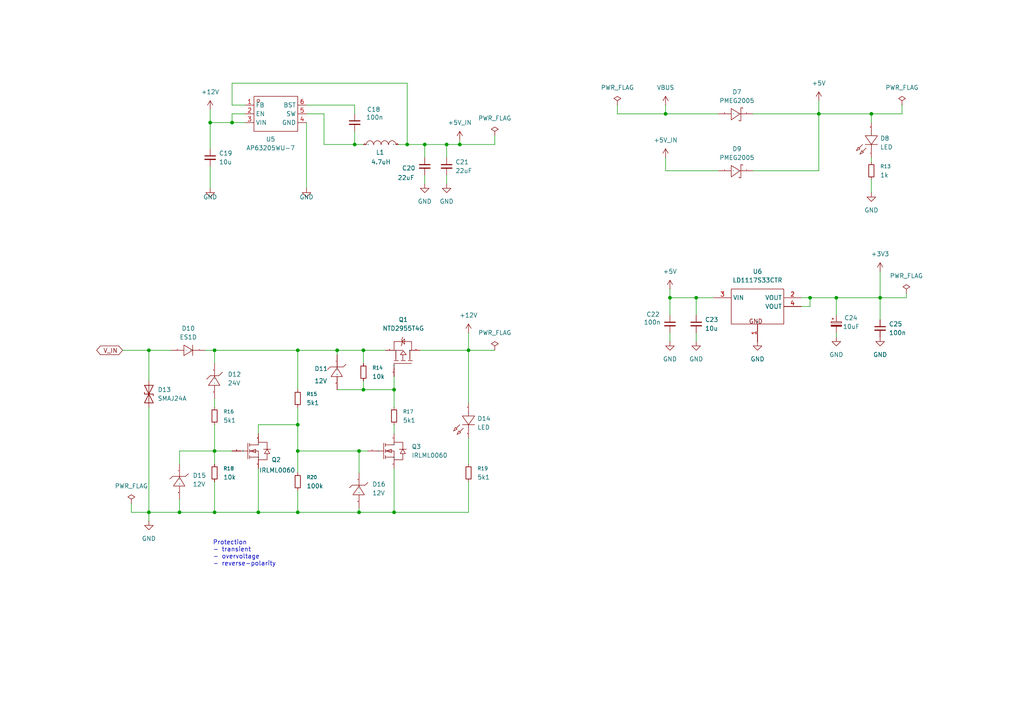
<source format=kicad_sch>
(kicad_sch (version 20250114) (generator "eeschema") (generator_version "9.0")
  (paper "A4")
  (title_block (title "2CH CAN  Logger") (rev "1.0"))
  (lib_symbols
    (symbol "Device:C_Polarized_Small" (pin_numbers (hide yes)) (pin_names (offset 0.254) (hide yes))
      (property "Reference" "C" (at 0.254 1.778 0))
      (property "Value" "C_Polarized_Small" (at 0.254 -2.032 0))
      (symbol "C_Polarized_Small_0_1"
        (rectangle (start -1.524 0.6858) (end 1.524 0.3048))
        (rectangle (start -1.524 -0.3048) (end 1.524 -0.6858) (fill (type outline)))
        (polyline (pts (xy -1.27 1.524) (xy -0.762 1.524)))
        (polyline (pts (xy -1.016 1.27) (xy -1.016 1.778)))
      )
      (symbol "C_Polarized_Small_1_1"
        (pin passive line (at 0 2.54 270) (length 1.8542) (name "~") (number "1"))
        (pin passive line (at 0 -2.54 90) (length 1.8542) (name "~") (number "2"))
      )
    )
    (symbol "Device:C_Small" (pin_numbers (hide yes)) (pin_names (offset 0.254) (hide yes))
      (property "Reference" "C" (at 0.254 1.778 0))
      (property "Value" "C_Small" (at 0.254 -2.032 0))
      (symbol "C_Small_0_1"
        (polyline (pts (xy -1.524 0.508) (xy 1.524 0.508)) (stroke (width 0.3048)))
        (polyline (pts (xy -1.524 -0.508) (xy 1.524 -0.508)) (stroke (width 0.3302)))
      )
      (symbol "C_Small_1_1"
        (pin passive line (at 0 2.54 270) (length 2.032) (name "~") (number "1"))
        (pin passive line (at 0 -2.54 90) (length 2.032) (name "~") (number "2"))
      )
    )
    (symbol "Device:R_Small" (pin_numbers (hide yes)) (pin_names (offset 0.254) (hide yes))
      (property "Reference" "R" (at 0 0 90))
      (property "Value" "R_Small" (at 1.778 0 90))
      (symbol "R_Small_0_1"
        (rectangle (start -0.762 1.778) (end 0.762 -1.778) (stroke (width 0.2032)))
      )
      (symbol "R_Small_1_1"
        (pin passive line (at 0 2.54 270) (length 0.762) (name "~") (number "1"))
        (pin passive line (at 0 -2.54 90) (length 0.762) (name "~") (number "2"))
      )
    )
    (symbol "Diode:SMAJ24CA" (pin_numbers (hide yes)) (pin_names (offset 1.016) (hide yes))
      (property "Reference" "D" (at 0 2.54 0))
      (property "Value" "SMAJ24CA" (at 0 -2.54 0))
      (symbol "SMAJ24CA_0_1"
        (polyline (pts (xy -2.54 -1.27) (xy 0 0) (xy -2.54 1.27) (xy -2.54 -1.27)) (stroke (width 0.2032)))
        (polyline (pts (xy 0.508 1.27) (xy 0 1.27) (xy 0 -1.27) (xy -0.508 -1.27)) (stroke (width 0.2032)))
        (polyline (pts (xy 1.27 0) (xy -1.27 0)))
        (polyline (pts (xy 2.54 1.27) (xy 2.54 -1.27) (xy 0 0) (xy 2.54 1.27)) (stroke (width 0.2032)))
      )
      (symbol "SMAJ24CA_1_1"
        (pin passive line (at -3.81 0 0) (length 2.54) (name "A1") (number "1"))
        (pin passive line (at 3.81 0 180) (length 2.54) (name "A2") (number "2"))
      )
    )
    (symbol "EasyEDA_Lib:0420CDMCCDS-4R7MC"
      (property "Reference" "L" (at 0 0 0))
      (symbol "0420CDMCCDS-4R7MC_1_0"
        (arc (start -4.2164 0) (mid -3.2131 1.0923) (end -2.2098 0))
        (arc (start -2.032 0) (mid -1.016 1.0922) (end 0 0))
        (arc (start 0.1016 0) (mid 1.1049 1.0923) (end 2.1082 0))
        (arc (start 2.2606 0) (mid 3.2639 1.0923) (end 4.2672 0))
        (pin input line (at -5.08 0 0) (length 0.762) (name "2") (number "2"))
        (pin input line (at 5.08 0 180) (length 0.762) (name "1") (number "1"))
      )
    )
    (symbol "EasyEDA_Lib:AP63205WU-7"
      (property "Reference" "U" (at 0 0 0))
      (symbol "AP63205WU-7_1_0"
        (rectangle (start -6.35 -5.08) (end 6.35 5.08))
        (circle (center -5.08 3.81) (radius 0.381))
        (pin unspecified line (at -8.89 2.54 0) (length 2.54) (name "FB") (number "1"))
        (pin unspecified line (at -8.89 0 0) (length 2.54) (name "EN") (number "2"))
        (pin unspecified line (at -8.89 -2.54 0) (length 2.54) (name "VIN") (number "3"))
        (pin unspecified line (at 8.89 2.54 180) (length 2.54) (name "BST") (number "6"))
        (pin unspecified line (at 8.89 0 180) (length 2.54) (name "SW") (number "5"))
        (pin unspecified line (at 8.89 -2.54 180) (length 2.54) (name "GND") (number "4"))
      )
    )
    (symbol "EasyEDA_Lib:ES1D-E3/61T"
      (property "Reference" "D" (at 0 0 0))
      (symbol "ES1D-E3/61T_1_0"
        (polyline (pts (xy -1.27 -1.524) (xy -1.27 1.524)))
        (polyline (pts (xy 1.27 1.524) (xy -1.27 0) (xy -1.27 0) (xy 1.27 -1.524) (xy 1.27 -1.524) (xy 1.27 1.524)))
        (pin input line (at -5.08 0 0) (length 3.81) (name "C") (number "1"))
        (pin input line (at 5.08 0 180) (length 3.81) (name "A") (number "2"))
      )
    )
    (symbol "EasyEDA_Lib:IRLML0060TRPBF"
      (property "Reference" "Q" (at 0 0 0))
      (symbol "IRLML0060TRPBF_1_0"
        (polyline (pts (xy -2.54 0) (xy -0.508 0)))
        (polyline (pts (xy -0.508 2.286) (xy -0.508 -2.286)))
        (polyline (pts (xy 0 2.286) (xy 0 1.27)))
        (polyline (pts (xy 0 1.778) (xy 2.54 1.778) (xy 2.54 1.778) (xy 2.54 2.54) (xy 2.54 2.54) (xy 5.08 2.54) (xy 5.08 2.54) (xy 5.08 0.508)))
        (polyline (pts (xy 0 0) (xy 2.54 0) (xy 2.54 0) (xy 2.54 -2.54) (xy 2.54 -2.54) (xy 5.08 -2.54) (xy 5.08 -2.54) (xy 5.08 -0.762)))
        (polyline (pts (xy 0 -0.508) (xy 0 0.508)))
        (polyline (pts (xy 0 -2.286) (xy 0 -1.27)))
        (polyline (pts (xy 0.254 0) (xy 1.778 -0.508) (xy 1.778 -0.508) (xy 1.778 0.508) (xy 1.778 0.508) (xy 0.254 0)))
        (polyline (pts (xy 2.54 -1.778) (xy 0 -1.778)))
        (polyline (pts (xy 5.08 0.508) (xy 4.318 -0.762) (xy 4.318 -0.762) (xy 5.842 -0.762) (xy 5.842 -0.762) (xy 5.08 0.508)))
        (polyline (pts (xy 6.096 0.508) (xy 5.588 0.508) (xy 5.588 0.508) (xy 4.572 0.508) (xy 4.572 0.508) (xy 4.064 0.508)))
        (pin unspecified line (at -5.08 0 0) (length 2.54) (name "G") (number "1"))
        (pin unspecified line (at 2.54 5.08 270) (length 2.54) (name "D") (number "3"))
        (pin unspecified line (at 2.54 -5.08 90) (length 2.54) (name "S") (number "2"))
      )
    )
    (symbol "EasyEDA_Lib:LD1117S33CTR"
      (property "Reference" "U" (at 0 0 0))
      (symbol "LD1117S33CTR_1_0"
        (rectangle (start -7.62 -2.54) (end 7.62 7.62))
        (text "GND" (at -2.54 -2.5146 0) (effects (font (size 1.27 1.27)) (justify left bottom)))
        (pin unspecified line (at -12.7 5.08 0) (length 5.08) (name "VIN") (number "3"))
        (pin unspecified line (at 0 -7.62 90) (length 5.08) (name "GND") (number "1"))
        (pin unspecified line (at 12.7 5.08 180) (length 5.08) (name "VOUT") (number "2"))
        (pin unspecified line (at 12.7 2.54 180) (length 5.08) (name "VOUT") (number "4"))
      )
    )
    (symbol "EasyEDA_Lib:MMSZ12T1G"
      (property "Reference" "D" (at 0 0 0))
      (symbol "MMSZ12T1G_1_0"
        (polyline (pts (xy -2.286 2.54) (xy -1.524 1.778) (xy -1.524 1.778) (xy -1.524 1.778) (xy -1.524 1.778) (xy -1.524 -2.032) (xy -1.524 -2.032) (xy -1.524 -2.032) (xy -1.524 -2.032) (xy -0.762 -2.794)))
        (polyline (pts (xy 1.27 1.524) (xy -1.27 0) (xy -1.27 0) (xy 1.27 -1.778) (xy 1.27 -1.778) (xy 1.27 1.524)))
        (pin input line (at -5.08 0 0) (length 3.81) (name "K") (number "1"))
        (pin input line (at 5.08 0 180) (length 3.81) (name "A") (number "2"))
      )
    )
    (symbol "EasyEDA_Lib:MMSZ5252BT1G"
      (property "Reference" "D" (at 0 0 0))
      (symbol "MMSZ5252BT1G_1_0"
        (polyline (pts (xy 1.524 -1.27) (xy 0 1.27) (xy 0 1.27) (xy -1.778 -1.27) (xy -1.778 -1.27) (xy 1.524 -1.27)))
        (polyline (pts (xy 2.286 2.54) (xy 1.27 1.524) (xy 1.27 1.524) (xy -1.27 1.524) (xy -1.27 1.524) (xy -2.286 0.508)))
        (pin unspecified line (at 0 5.08 270) (length 3.81) (name "C") (number "1"))
        (pin unspecified line (at 0 -5.08 90) (length 3.81) (name "A") (number "2"))
      )
    )
    (symbol "EasyEDA_Lib:NTD2955T4G"
      (property "Reference" "Q" (at 0 0 0))
      (symbol "NTD2955T4G_1_0"
        (polyline (pts (xy -2.54 -2.54) (xy -1.27 -2.54)))
        (polyline (pts (xy -1.27 -2.54) (xy -1.27 2.54)))
        (polyline (pts (xy -0.4572 2.794) (xy -0.4572 1.524)))
        (polyline (pts (xy -0.4572 0.7366) (xy -0.4572 -0.508)))
        (polyline (pts (xy -0.4572 -1.27) (xy -0.4572 -2.5146)))
        (polyline (pts (xy -0.254 -2.032) (xy 2.54 -2.032)))
        (polyline (pts (xy 0 -2.032) (xy 2.286 -2.032)))
        (polyline (pts (xy 1.27 0) (xy -0.254 0)))
        (polyline (pts (xy 1.27 -0.7366) (xy 1.27 1.016) (xy 1.27 1.016) (xy 2.3876 0.127) (xy 2.3876 0.127) (xy 1.27 -0.7366)))
        (polyline (pts (xy 2.54 2.54) (xy 2.54 2.032)))
        (polyline (pts (xy 2.54 2.54) (xy 2.54 2.032)))
        (polyline (pts (xy 2.54 2.54) (xy 5.08 2.54) (xy 5.08 2.54) (xy 5.08 -2.54) (xy 5.08 -2.54) (xy 2.54 -2.54)))
        (polyline (pts (xy 2.54 2.032) (xy -0.254 2.032)))
        (polyline (pts (xy 2.54 2.032) (xy 0 2.032)))
        (polyline (pts (xy 2.54 0) (xy 2.54 -2.54)))
        (polyline (pts (xy 4.318 0.508) (xy 5.842 0.508) (xy 5.842 0.508) (xy 5.08 -0.254) (xy 5.08 -0.254) (xy 4.318 0.508)))
        (polyline (pts (xy 4.318 -0.254) (xy 3.81 -0.508)))
        (polyline (pts (xy 4.318 -0.254) (xy 5.842 -0.254) (xy 5.842 -0.254) (xy 6.35 0)))
        (pin unspecified line (at -5.08 -2.54 0) (length 2.54) (name "G") (number "1"))
        (pin unspecified line (at 2.54 5.08 270) (length 2.54) (name "D") (number "2"))
        (pin unspecified line (at 2.54 -5.08 90) (length 2.54) (name "S") (number "3"))
      )
    )
    (symbol "EasyEDA_Lib:PMEG2005EGWX"
      (property "Reference" "D" (at 0 0 0))
      (symbol "PMEG2005EGWX_1_0"
        (polyline (pts (xy -2.032 -1.524) (xy -2.032 -1.778) (xy -2.032 -1.778) (xy -1.524 -1.778) (xy -1.524 -1.778) (xy -1.524 2.032) (xy -1.524 2.032) (xy -1.016 2.032) (xy -1.016 2.032) (xy -1.016 1.778)))
        (polyline (pts (xy 1.27 -1.524) (xy -1.27 0) (xy -1.27 0) (xy 1.27 1.778) (xy 1.27 1.778) (xy 1.27 -1.524)))
        (pin unspecified line (at -5.08 0 0) (length 3.81) (name "A") (number "1"))
        (pin unspecified line (at 5.08 0 180) (length 3.81) (name "K") (number "2"))
      )
    )
    (symbol "EasyEDA_Lib:XL-2012UGC"
      (property "Reference" "LED" (at 0 0 0))
      (symbol "XL-2012UGC_1_0"
        (polyline (pts (xy -4.064 3.302) (xy -3.048 2.794) (xy -3.048 2.794) (xy -3.556 2.286) (xy -3.556 2.286) (xy -4.064 3.302)))
        (polyline (pts (xy -3.048 4.318) (xy -2.032 3.81) (xy -2.032 3.81) (xy -2.54 3.302) (xy -2.54 3.302) (xy -3.048 4.318)))
        (polyline (pts (xy -2.286 1.524) (xy -3.302 2.54)))
        (polyline (pts (xy -1.27 2.54) (xy -2.286 3.556)))
        (polyline (pts (xy -1.27 1.778) (xy -1.27 -1.778)))
        (polyline (pts (xy -1.27 0) (xy -2.54 0)))
        (polyline (pts (xy 1.27 1.778) (xy -1.27 0) (xy -1.27 0) (xy 1.27 -1.778) (xy 1.27 -1.778) (xy 1.27 1.778)))
        (polyline (pts (xy 2.54 0) (xy 1.27 0)))
        (pin unspecified line (at -5.08 0 0) (length 2.54) (name "K") (number "1"))
        (pin unspecified line (at 5.08 0 180) (length 2.54) (name "A") (number "2"))
      )
    )
    (symbol "power:+12V" (power) (pin_numbers (hide yes)) (pin_names (offset 0) (hide yes))
      (property "Value" "+12V" (at 0 3.556 0))
      (symbol "+12V_0_1"
        (polyline (pts (xy -0.762 1.27) (xy 0 2.54)))
        (polyline (pts (xy 0 2.54) (xy 0.762 1.27)))
        (polyline (pts (xy 0 0) (xy 0 2.54)))
      )
      (symbol "+12V_1_1"
        (pin power_in line (at 0 0 90) (length 0) (name "~") (number "1"))
      )
    )
    (symbol "power:+3V3" (power) (pin_numbers (hide yes)) (pin_names (offset 0) (hide yes))
      (property "Value" "+3V3" (at 0 3.556 0))
      (symbol "+3V3_0_1"
        (polyline (pts (xy -0.762 1.27) (xy 0 2.54)))
        (polyline (pts (xy 0 2.54) (xy 0.762 1.27)))
        (polyline (pts (xy 0 0) (xy 0 2.54)))
      )
      (symbol "+3V3_1_1"
        (pin power_in line (at 0 0 90) (length 0) (name "~") (number "1"))
      )
    )
    (symbol "power:+5V" (power) (pin_numbers (hide yes)) (pin_names (offset 0) (hide yes))
      (property "Value" "+5V" (at 0 3.556 0))
      (symbol "+5V_0_1"
        (polyline (pts (xy -0.762 1.27) (xy 0 2.54)))
        (polyline (pts (xy 0 2.54) (xy 0.762 1.27)))
        (polyline (pts (xy 0 0) (xy 0 2.54)))
      )
      (symbol "+5V_1_1"
        (pin power_in line (at 0 0 90) (length 0) (name "~") (number "1"))
      )
    )
    (symbol "power:GND" (power) (pin_numbers (hide yes)) (pin_names (offset 0) (hide yes))
      (property "Value" "GND" (at 0 -3.81 0))
      (symbol "GND_0_1"
        (polyline (pts (xy 0 0) (xy 0 -1.27) (xy 1.27 -1.27) (xy 0 -2.54) (xy -1.27 -1.27) (xy 0 -1.27)))
      )
      (symbol "GND_1_1"
        (pin power_in line (at 0 0 270) (length 0) (name "~") (number "1"))
      )
    )
    (symbol "power:PWR_FLAG" (power) (pin_numbers (hide yes)) (pin_names (offset 0) (hide yes))
      (property "Value" "PWR_FLAG" (at 0 3.81 0))
      (symbol "PWR_FLAG_0_0"
        (pin power_out line (at 0 0 90) (length 0) (name "~") (number "1"))
      )
      (symbol "PWR_FLAG_0_1"
        (polyline (pts (xy 0 0) (xy 0 1.27) (xy -1.016 1.905) (xy 0 2.54) (xy 1.016 1.905) (xy 0 1.27)))
      )
    )
    (symbol "power:VBUS" (power) (pin_numbers (hide yes)) (pin_names (offset 0) (hide yes))
      (property "Value" "VBUS" (at 0 3.556 0))
      (symbol "VBUS_0_1"
        (polyline (pts (xy -0.762 1.27) (xy 0 2.54)))
        (polyline (pts (xy 0 2.54) (xy 0.762 1.27)))
        (polyline (pts (xy 0 0) (xy 0 2.54)))
      )
      (symbol "VBUS_1_1"
        (pin power_in line (at 0 0 90) (length 0) (name "~") (number "1"))
      )
    )
  )
  (text "Protection\n- transient \n- overvoltage\n- reverse-polarity" (at 61.722 156.718 0) (effects (font (size 1.27 1.27)) (justify left top)))
  (junction (at 118.11 41.91))
  (junction (at 105.41 113.03))
  (junction (at 193.04 33.02))
  (junction (at 135.89 101.6))
  (junction (at 201.93 86.36))
  (junction (at 67.31 35.56))
  (junction (at 194.31 86.36))
  (junction (at 86.36 101.6))
  (junction (at 114.3 148.59))
  (junction (at 86.36 130.81))
  (junction (at 242.57 86.36))
  (junction (at 129.54 41.91))
  (junction (at 102.87 41.91))
  (junction (at 52.07 148.59))
  (junction (at 74.93 148.59))
  (junction (at 237.49 33.02))
  (junction (at 133.35 41.91))
  (junction (at 43.18 101.6))
  (junction (at 43.18 148.59))
  (junction (at 60.96 35.56))
  (junction (at 97.79 101.6))
  (junction (at 252.73 33.02))
  (junction (at 114.3 113.03))
  (junction (at 86.36 148.59))
  (junction (at 255.27 86.36))
  (junction (at 234.95 86.36))
  (junction (at 62.23 101.6))
  (junction (at 123.19 41.91))
  (junction (at 104.14 148.59))
  (junction (at 105.41 101.6))
  (junction (at 62.23 130.81))
  (junction (at 86.36 123.19))
  (junction (at 104.14 130.81))
  (junction (at 62.23 148.59))
  (wire (pts (xy 234.95 88.9) (xy 234.95 86.36)))
  (wire (pts (xy 143.51 41.91) (xy 133.35 41.91)))
  (wire (pts (xy 135.89 127) (xy 135.89 134.62)))
  (wire (pts (xy 35.56 101.6) (xy 43.18 101.6)))
  (wire (pts (xy 123.19 41.91) (xy 129.54 41.91)))
  (wire (pts (xy 60.96 48.26) (xy 60.96 54.61)))
  (wire (pts (xy 135.89 101.6) (xy 135.89 116.84)))
  (wire (pts (xy 135.89 139.7) (xy 135.89 148.59)))
  (wire (pts (xy 237.49 33.02) (xy 252.73 33.02)))
  (wire (pts (xy 252.73 52.07) (xy 252.73 55.88)))
  (wire (pts (xy 104.14 147.32) (xy 104.14 148.59)))
  (wire (pts (xy 234.95 86.36) (xy 242.57 86.36)))
  (wire (pts (xy 133.35 41.91) (xy 133.35 40.64)))
  (wire (pts (xy 135.89 96.52) (xy 135.89 101.6)))
  (wire (pts (xy 52.07 130.81) (xy 52.07 134.62)))
  (wire (pts (xy 102.87 41.91) (xy 105.41 41.91)))
  (wire (pts (xy 237.49 49.53) (xy 237.49 33.02)))
  (wire (pts (xy 60.96 31.75) (xy 60.96 35.56)))
  (wire (pts (xy 115.57 41.91) (xy 118.11 41.91)))
  (wire (pts (xy 67.31 35.56) (xy 71.12 35.56)))
  (wire (pts (xy 74.93 125.73) (xy 74.93 123.19)))
  (wire (pts (xy 86.36 123.19) (xy 86.36 130.81)))
  (wire (pts (xy 194.31 96.52) (xy 194.31 99.06)))
  (wire (pts (xy 38.1 146.05) (xy 38.1 148.59)))
  (wire (pts (xy 193.04 30.48) (xy 193.04 33.02)))
  (wire (pts (xy 218.44 49.53) (xy 237.49 49.53)))
  (wire (pts (xy 86.36 118.11) (xy 86.36 123.19)))
  (wire (pts (xy 106.68 130.81) (xy 104.14 130.81)))
  (wire (pts (xy 143.51 39.37) (xy 143.51 41.91)))
  (wire (pts (xy 88.9 35.56) (xy 88.9 54.61)))
  (wire (pts (xy 262.89 85.09) (xy 262.89 86.36)))
  (wire (pts (xy 71.12 30.48) (xy 67.31 30.48)))
  (wire (pts (xy 43.18 101.6) (xy 49.53 101.6)))
  (wire (pts (xy 62.23 148.59) (xy 74.93 148.59)))
  (wire (pts (xy 102.87 38.1) (xy 102.87 41.91)))
  (wire (pts (xy 179.07 30.48) (xy 179.07 33.02)))
  (wire (pts (xy 129.54 41.91) (xy 133.35 41.91)))
  (wire (pts (xy 62.23 130.81) (xy 52.07 130.81)))
  (wire (pts (xy 261.62 33.02) (xy 252.73 33.02)))
  (wire (pts (xy 60.96 35.56) (xy 60.96 43.18)))
  (wire (pts (xy 88.9 30.48) (xy 102.87 30.48)))
  (wire (pts (xy 60.96 35.56) (xy 67.31 35.56)))
  (wire (pts (xy 201.93 99.06) (xy 201.93 96.52)))
  (wire (pts (xy 71.12 33.02) (xy 67.31 33.02)))
  (wire (pts (xy 232.41 86.36) (xy 234.95 86.36)))
  (wire (pts (xy 242.57 86.36) (xy 255.27 86.36)))
  (wire (pts (xy 123.19 50.8) (xy 123.19 53.34)))
  (wire (pts (xy 114.3 123.19) (xy 114.3 125.73)))
  (wire (pts (xy 255.27 78.74) (xy 255.27 86.36)))
  (wire (pts (xy 43.18 101.6) (xy 43.18 110.49)))
  (wire (pts (xy 262.89 86.36) (xy 255.27 86.36)))
  (wire (pts (xy 242.57 96.52) (xy 242.57 97.79)))
  (wire (pts (xy 86.36 101.6) (xy 97.79 101.6)))
  (wire (pts (xy 193.04 45.72) (xy 193.04 49.53)))
  (wire (pts (xy 62.23 101.6) (xy 62.23 105.41)))
  (wire (pts (xy 88.9 33.02) (xy 93.98 33.02)))
  (wire (pts (xy 97.79 101.6) (xy 105.41 101.6)))
  (wire (pts (xy 118.11 41.91) (xy 123.19 41.91)))
  (wire (pts (xy 62.23 123.19) (xy 62.23 130.81)))
  (wire (pts (xy 252.73 45.72) (xy 252.73 46.99)))
  (wire (pts (xy 104.14 130.81) (xy 104.14 137.16)))
  (wire (pts (xy 123.19 41.91) (xy 123.19 45.72)))
  (wire (pts (xy 62.23 130.81) (xy 62.23 134.62)))
  (wire (pts (xy 102.87 30.48) (xy 102.87 33.02)))
  (wire (pts (xy 67.31 33.02) (xy 67.31 35.56)))
  (wire (pts (xy 67.31 24.13) (xy 118.11 24.13)))
  (wire (pts (xy 59.69 101.6) (xy 62.23 101.6)))
  (wire (pts (xy 43.18 148.59) (xy 52.07 148.59)))
  (wire (pts (xy 194.31 86.36) (xy 194.31 91.44)))
  (wire (pts (xy 179.07 33.02) (xy 193.04 33.02)))
  (wire (pts (xy 62.23 139.7) (xy 62.23 148.59)))
  (wire (pts (xy 67.31 130.81) (xy 62.23 130.81)))
  (wire (pts (xy 93.98 33.02) (xy 93.98 41.91)))
  (wire (pts (xy 242.57 86.36) (xy 242.57 91.44)))
  (wire (pts (xy 86.36 101.6) (xy 86.36 113.03)))
  (wire (pts (xy 86.36 148.59) (xy 104.14 148.59)))
  (wire (pts (xy 129.54 50.8) (xy 129.54 53.34)))
  (wire (pts (xy 52.07 144.78) (xy 52.07 148.59)))
  (wire (pts (xy 74.93 123.19) (xy 86.36 123.19)))
  (wire (pts (xy 67.31 30.48) (xy 67.31 24.13)))
  (wire (pts (xy 118.11 24.13) (xy 118.11 41.91)))
  (wire (pts (xy 97.79 102.87) (xy 97.79 101.6)))
  (wire (pts (xy 193.04 49.53) (xy 208.28 49.53)))
  (wire (pts (xy 193.04 33.02) (xy 208.28 33.02)))
  (wire (pts (xy 105.41 101.6) (xy 111.76 101.6)))
  (wire (pts (xy 38.1 148.59) (xy 43.18 148.59)))
  (wire (pts (xy 86.36 142.24) (xy 86.36 148.59)))
  (wire (pts (xy 255.27 86.36) (xy 255.27 92.71)))
  (wire (pts (xy 194.31 83.82) (xy 194.31 86.36)))
  (wire (pts (xy 207.01 86.36) (xy 201.93 86.36)))
  (wire (pts (xy 194.31 86.36) (xy 201.93 86.36)))
  (wire (pts (xy 74.93 148.59) (xy 86.36 148.59)))
  (wire (pts (xy 104.14 148.59) (xy 114.3 148.59)))
  (wire (pts (xy 105.41 101.6) (xy 105.41 105.41)))
  (wire (pts (xy 135.89 101.6) (xy 143.51 101.6)))
  (wire (pts (xy 93.98 41.91) (xy 102.87 41.91)))
  (wire (pts (xy 218.44 33.02) (xy 237.49 33.02)))
  (wire (pts (xy 43.18 148.59) (xy 43.18 151.13)))
  (wire (pts (xy 74.93 135.89) (xy 74.93 148.59)))
  (wire (pts (xy 114.3 113.03) (xy 114.3 118.11)))
  (wire (pts (xy 114.3 135.89) (xy 114.3 148.59)))
  (wire (pts (xy 43.18 118.11) (xy 43.18 148.59)))
  (wire (pts (xy 62.23 115.57) (xy 62.23 118.11)))
  (wire (pts (xy 97.79 113.03) (xy 105.41 113.03)))
  (wire (pts (xy 135.89 148.59) (xy 114.3 148.59)))
  (wire (pts (xy 105.41 110.49) (xy 105.41 113.03)))
  (wire (pts (xy 121.92 101.6) (xy 135.89 101.6)))
  (wire (pts (xy 252.73 35.56) (xy 252.73 33.02)))
  (wire (pts (xy 237.49 33.02) (xy 237.49 29.21)))
  (wire (pts (xy 86.36 130.81) (xy 104.14 130.81)))
  (wire (pts (xy 129.54 41.91) (xy 129.54 45.72)))
  (wire (pts (xy 62.23 101.6) (xy 86.36 101.6)))
  (wire (pts (xy 114.3 113.03) (xy 114.3 109.22)))
  (wire (pts (xy 105.41 113.03) (xy 114.3 113.03)))
  (wire (pts (xy 201.93 86.36) (xy 201.93 91.44)))
  (wire (pts (xy 52.07 148.59) (xy 62.23 148.59)))
  (wire (pts (xy 261.62 30.48) (xy 261.62 33.02)))
  (wire (pts (xy 86.36 130.81) (xy 86.36 137.16)))
  (wire (pts (xy 232.41 88.9) (xy 234.95 88.9)))
  (global_label "V_IN" (shape bidirectional) (at 35.56 101.6 180) (property "Intersheetrefs" "${INTERSHEET_REFS}" (effects (hide yes))))
  (symbol (lib_id "Device:C_Small") (at 123.19 48.26 0) (unit 1)
    (property "Reference" "C20" (at 116.586 48.768 0) (effects (justify left)))
    (property "Value" "22uF" (at 115.316 51.562 0) (effects (justify left)))
    (property "Footprint" "canlogger_custom_lib:C1206" (effects (hide yes)))
    (property "Description" "Unpolarized capacitor, small symbol" (effects (hide yes)))
    (property "Supplier" "LCSC" (effects (hide yes)))
    (property "Supplier Part" "C12891" (effects (hide yes)))
  )
  (symbol (lib_id "power:PWR_FLAG") (at 261.62 30.48 0) (unit 1)
    (property "Reference" "#FLG06" (effects (hide yes)))
    (property "Value" "PWR_FLAG" (at 261.62 25.4 0))
    (property "Description" "Special symbol for telling ERC where power comes from" (effects (hide yes)))
  )
  (symbol (lib_id "Device:C_Small") (at 255.27 95.25 0) (unit 1)
    (property "Reference" "C25" (at 257.81 93.9862 0) (effects (justify left)))
    (property "Value" "100n" (at 257.81 96.5262 0) (effects (justify left)))
    (property "Footprint" "EasyEDA_Lib:C0603" (effects (hide yes)))
    (property "Description" "Unpolarized capacitor, small symbol" (effects (hide yes)))
    (property "Supplier" "LCSC" (effects (hide yes)))
    (property "Supplier Part" "C14663" (effects (hide yes)))
  )
  (symbol (lib_id "Diode:SMAJ24CA") (at 43.18 114.3 270) (unit 1)
    (property "Reference" "D13" (at 45.72 113.0299 90) (effects (justify left)))
    (property "Value" "SMAJ24A" (at 45.72 115.5699 90) (effects (justify left)))
    (property "Footprint" "EasyEDA_Lib:SMA_L4.4-W2.6-LS5.0-RD" (effects (hide yes)))
    (property "Datasheet" "https://www.littelfuse.com/media?resourcetype=datasheets&itemid=75e32973-b177-4ee3-a0ff-cedaf1abdb93&filename=smaj-datasheet" (effects (hide yes)))
    (property "Description" "400W bidirectional Transient Voltage Suppressor, 24.0Vr, SMA(DO-214AC)" (effects (hide yes)))
    (property "Manufacturer Part" "SMAJ24A" (effects (hide yes)))
    (property "Manufacturer" "Littelfuse(美国力特)" (effects (hide yes)))
    (property "Supplier Part" "C148222" (effects (hide yes)))
    (property "Supplier" "LCSC" (effects (hide yes)))
    (property "LCSC Part Name" "单向TVS 24V截止 10.3A峰值脉冲" (effects (hide yes)))
  )
  (symbol (lib_id "power:GND") (at 219.71 99.06 0) (unit 1)
    (property "Reference" "#PWR062" (effects (hide yes)))
    (property "Value" "GND" (at 219.71 104.14 0))
    (property "Description" "Power symbol creates a global label with name \"GND\" , ground" (effects (hide yes)))
  )
  (symbol (lib_id "power:+3V3") (at 255.27 78.74 0) (unit 1)
    (property "Reference" "#PWR055" (effects (hide yes)))
    (property "Value" "+3V3" (at 255.27 73.66 0))
    (property "Description" "Power symbol creates a global label with name \"+3V3\"" (effects (hide yes)))
  )
  (symbol (lib_id "EasyEDA_Lib:MMSZ12T1G") (at 97.79 107.95 270) (unit 1)
    (property "Reference" "D11" (at 91.186 106.934 90) (effects (justify left)))
    (property "Value" "12V" (at 91.186 110.49 90) (effects (justify left)))
    (property "Footprint" "EasyEDA_Lib:SOD-123_L2.8-W1.8-LS3.7-RD" (effects (hide yes)))
    (property "Datasheet" "https://item.szlcsc.com/datasheet/MMSZ12T1G/73710.html" (effects (hide yes)))
    (property "Description" "Diode Configuration:Independent Zener Voltage(Nom):12V Reverse Leakage Current (Ir):100nA@8V Zener Voltage(Range):11.4V~12.6V Zener Voltage(Range):11.4V~12.6V Pd - Power Dissipation:500mW Impedance(Zzt):25Ω Operating Junction Temperature Range:-55°C~+150°C" (effects (hide yes)))
    (property "Manufacturer Part" "MMSZ12T1G" (effects (hide yes)))
    (property "Manufacturer" "onsemi(安森美)" (effects (hide yes)))
    (property "Supplier Part" "C72599" (effects (hide yes)))
    (property "Supplier" "LCSC" (effects (hide yes)))
    (property "LCSC Part Name" "MMSZ12T1G" (effects (hide yes)))
  )
  (symbol (lib_id "Device:C_Small") (at 102.87 35.56 0) (unit 1)
    (property "Reference" "C18" (at 106.426 31.75 0) (effects (justify left)))
    (property "Value" "100n" (at 106.172 34.036 0) (effects (justify left)))
    (property "Footprint" "EasyEDA_Lib:C0603" (effects (hide yes)))
    (property "Description" "Unpolarized capacitor, small symbol" (effects (hide yes)))
    (property "Supplier" "LCSC" (effects (hide yes)))
    (property "Supplier Part" "C14663" (effects (hide yes)))
  )
  (symbol (lib_id "EasyEDA_Lib:IRLML0060TRPBF") (at 111.76 130.81 0) (unit 1)
    (property "Reference" "Q3" (at 119.38 129.5399 0) (effects (justify left)))
    (property "Value" "IRLML0060" (at 119.38 132.0799 0) (effects (justify left)))
    (property "Footprint" "EasyEDA_Lib:SOT-23-3_L2.9-W1.6-P1.90-LS2.8-BR" (effects (hide yes)))
    (property "Datasheet" "https://atta.szlcsc.com/upload/public/pdf/source/20160120/1457707755730.pdf" (effects (hide yes)))
    (property "Description" "Type:1 N-Channel Drain Source Voltage (Vdss): Continuous Drain Current (Id): Drain Source On Resistance (RDS(on)@Vgs,Id):92mΩ@10V Power Dissipation (Pd): Gate Threshold Voltage (Vgs(th)@Id):2.5V@25uA Total Gate Charge (Qg@Vgs):2.5nC Input Capacitance (Cis" (effects (hide yes)))
    (property "Manufacturer Part" "IRLML0060TRPBF" (effects (hide yes)))
    (property "Manufacturer" "Infineon(英飞凌)" (effects (hide yes)))
    (property "Supplier Part" "C67274" (effects (hide yes)))
    (property "Supplier" "LCSC" (effects (hide yes)))
    (property "LCSC Part Name" "1个N沟道 耐压:60V 电流:2.7A" (effects (hide yes)))
  )
  (symbol (lib_id "power:PWR_FLAG") (at 179.07 30.48 0) (unit 1)
    (property "Reference" "#FLG04" (effects (hide yes)))
    (property "Value" "PWR_FLAG" (at 179.07 25.4 0))
    (property "Description" "Special symbol for telling ERC where power comes from" (effects (hide yes)))
  )
  (symbol (lib_id "power:+5V") (at 133.35 40.64 0) (unit 1)
    (property "Reference" "#PWR048" (effects (hide yes)))
    (property "Value" "+5V_IN" (at 133.35 35.56 0))
    (property "Description" "Power symbol creates a global label with name \"+5V\"" (effects (hide yes)))
  )
  (symbol (lib_id "EasyEDA_Lib:PMEG2005EGWX") (at 213.36 33.02 180) (unit 1)
    (property "Reference" "D7" (at 213.741 26.67 0))
    (property "Value" "PMEG2005" (at 213.741 29.21 0))
    (property "Footprint" "EasyEDA_Lib:SOD-123_L2.8-W1.8-LS3.7-RD" (effects (hide yes)))
    (property "Datasheet" "https://item.szlcsc.com/datasheet/PMEG2005EGWX/573809.html" (effects (hide yes)))
    (property "Description" "Voltage - Forward(Vf@If):390mV@500mA Voltage - DC Reverse(Vr):20V Current - Rectified:500mA Reverse Leakage Current (Ir):200uA@20V Non-Repetitive Peak Forward Surge Current:10A" (effects (hide yes)))
    (property "Manufacturer Part" "PMEG2005EGWX" (effects (hide yes)))
    (property "Manufacturer" "Nexperia(安世)" (effects (hide yes)))
    (property "Supplier Part" "C552812" (effects (hide yes)))
    (property "Supplier" "LCSC" (effects (hide yes)))
    (property "LCSC Part Name" "电压:20V 电流:500mA" (effects (hide yes)))
  )
  (symbol (lib_id "EasyEDA_Lib:ES1D-E3/61T") (at 54.61 101.6 180) (unit 1)
    (property "Reference" "D10" (at 54.61 95.25 0))
    (property "Value" "ES1D" (at 54.61 97.79 0))
    (property "Footprint" "canlogger_custom_lib:SMA_L4.3-W2.6-LS5.2-RD" (effects (hide yes)))
    (property "Datasheet" "https://item.szlcsc.com/datasheet/ES1D-E3%252F61T/83807.html" (effects (hide yes)))
    (property "Description" "Voltage - Forward(Vf@If):920mV@1.0A Voltage - DC Reverse(Vr):200V Current - Rectified:1A Reverse Leakage Current (Ir):5uA Reverse Recovery Time (trr):15ns Operating Junction Temperature Range:-55°C~+150°C Operating Junction Temperature Range:-55°C~+150°C Non-" (effects (hide yes)))
    (property "Manufacturer Part" "ES1D-E3/61T" (effects (hide yes)))
    (property "Manufacturer" "VISHAY(威世)" (effects (hide yes)))
    (property "Supplier Part" "C82648" (effects (hide yes)))
    (property "Supplier" "LCSC" (effects (hide yes)))
    (property "LCSC Part Name" "耐压:200V 电流:1A 反向恢复时间：15ns" (effects (hide yes)))
  )
  (symbol (lib_id "Device:R_Small") (at 105.41 107.95 0) (unit 1)
    (property "Reference" "R14" (at 107.95 106.6799 0) (effects (font (size 1.016 1.016)) (justify left)))
    (property "Value" "10k" (at 107.95 109.2199 0) (effects (justify left)))
    (property "Footprint" "EasyEDA_Lib:R0603" (effects (hide yes)))
    (property "Description" "Resistor, small symbol" (effects (hide yes)))
    (property "Supplier" "LCSC" (effects (hide yes)))
    (property "Supplier Part" "C25804" (effects (hide yes)))
  )
  (symbol (lib_id "power:PWR_FLAG") (at 143.51 101.6 0) (unit 1)
    (property "Reference" "#FLG01" (effects (hide yes)))
    (property "Value" "PWR_FLAG" (at 143.51 96.52 0))
    (property "Description" "Special symbol for telling ERC where power comes from" (effects (hide yes)))
  )
  (symbol (lib_id "EasyEDA_Lib:XL-2012UGC") (at 252.73 40.64 90) (unit 1)
    (property "Reference" "D8" (at 255.27 40.1319 90) (effects (justify right)))
    (property "Value" "LED" (at 255.27 42.6719 90) (effects (justify right)))
    (property "Footprint" "EasyEDA_Lib:LED0805-RD_GREEN" (effects (hide yes)))
    (property "Datasheet" "https://item.szlcsc.com/datasheet/XL-2012UGC/1051424.html" (effects (hide yes)))
    (property "Description" "Illumination Color:Emerald Green Voltage - Forward(Vf):3.2V Voltage - Forward(Vf):3.2V Power(Watts):70mW Forward Current:20mA Wavelength - Dominant:515nm~535nm Wavelength - Dominant:515nm~535nm Peak Wavelength:525nm Lens Color:Water Clear Color Temperatur" (effects (hide yes)))
    (property "Sim.Pins" "1=K 2=A" (effects (hide yes)))
    (property "Manufacturer Part" "XL-2012UGC" (effects (hide yes)))
    (property "Manufacturer" "XINGLIGHT(成兴光)" (effects (hide yes)))
    (property "Supplier Part" "C965815" (effects (hide yes)))
    (property "Supplier" "LCSC" (effects (hide yes)))
    (property "LCSC Part Name" "0805翠绿贴片式发光二极管" (effects (hide yes)))
  )
  (symbol (lib_id "power:GND") (at 123.19 53.34 0) (unit 1)
    (property "Reference" "#PWR050" (effects (hide yes)))
    (property "Value" "GND" (at 123.19 58.42 0))
    (property "Description" "Power symbol creates a global label with name \"GND\" , ground" (effects (hide yes)))
  )
  (symbol (lib_id "Device:R_Small") (at 114.3 120.65 0) (unit 1)
    (property "Reference" "R17" (at 116.84 119.3799 0) (effects (font (size 1.016 1.016)) (justify left)))
    (property "Value" "5k1" (at 116.84 121.9199 0) (effects (justify left)))
    (property "Footprint" "EasyEDA_Lib:R0603" (effects (hide yes)))
    (property "Description" "Resistor, small symbol" (effects (hide yes)))
    (property "Supplier" "LCSC" (effects (hide yes)))
    (property "Supplier Part" "C23186" (effects (hide yes)))
  )
  (symbol (lib_id "EasyEDA_Lib:0420CDMCCDS-4R7MC") (at 110.49 41.91 0) (unit 1)
    (property "Reference" "L1" (at 110.236 44.196 0))
    (property "Value" "4.7uH" (at 110.49 46.99 0))
    (property "Footprint" "EasyEDA_Lib:IND-SMD_L4.4-W4.2-A" (effects (hide yes)))
    (property "Datasheet" "https://atta.szlcsc.com/upload/public/pdf/source/20200615/C609522_5666D83977AE4FEBC39B900529322ACF.pdf" (effects (hide yes)))
    (property "Description" "Inductance: Tolerance:±20% Tolerance:±20% Rated Current: Saturation Current (Isat):3A DC Resistance (DCR): Type:- Ratings:-" (effects (hide yes)))
    (property "Manufacturer Part" "0420CDMCCDS-4R7MC" (effects (hide yes)))
    (property "Manufacturer" "Sumida(胜美达)" (effects (hide yes)))
    (property "Supplier Part" "C2638679" (effects (hide yes)))
    (property "Supplier" "LCSC" (effects (hide yes)))
    (property "LCSC Part Name" "4.7uH ±20% 3A" (effects (hide yes)))
  )
  (symbol (lib_id "EasyEDA_Lib:AP63205WU-7") (at 80.01 33.02 0) (unit 1)
    (property "Reference" "U5" (at 78.486 40.386 0))
    (property "Value" "AP63205WU-7" (at 78.486 42.926 0))
    (property "Footprint" "EasyEDA_Lib:TSOT-23-6_L2.9-W1.6-P0.95-LS2.8-BL" (effects (hide yes)))
    (property "Datasheet" "https://item.szlcsc.com/datasheet/AP63205WU-7/2162639.html" (effects (hide yes)))
    (property "Description" "Function:Buck Voltage - Supply:3.8V~32V Voltage - Supply:3.8V~32V Output Voltage:5V Output Voltage:5V Output Current:2A Frequency - Switching:1.1MHz Frequency - Switching:1.1MHz Operating Temperature:-40°C~+85°C@(TA) Operating Temperature:-40°C~+85°C@(TA) Syn" (effects (hide yes)))
    (property "Manufacturer Part" "AP63205WU-7" (effects (hide yes)))
    (property "Manufacturer" "DIODES(美台)" (effects (hide yes)))
    (property "Supplier Part" "C2071056" (effects (hide yes)))
    (property "Supplier" "LCSC" (effects (hide yes)))
    (property "LCSC Part Name" "3.8V至32V输入、2A低静态电流同步降压转换器，增强EMI抑制" (effects (hide yes)))
  )
  (symbol (lib_id "Device:C_Small") (at 60.96 45.72 0) (unit 1)
    (property "Reference" "C19" (at 63.5 44.4562 0) (effects (justify left)))
    (property "Value" "10u" (at 63.5 46.9962 0) (effects (justify left)))
    (property "Footprint" "EasyEDA_Lib:C0805" (effects (hide yes)))
    (property "Description" "Unpolarized capacitor, small symbol" (effects (hide yes)))
    (property "Supplier" "LCSC" (effects (hide yes)))
    (property "Supplier Part" "C15850" (effects (hide yes)))
  )
  (symbol (lib_id "power:GND") (at 242.57 97.79 0) (unit 1)
    (property "Reference" "#PWR058" (effects (hide yes)))
    (property "Value" "GND" (at 242.57 102.87 0))
    (property "Description" "Power symbol creates a global label with name \"GND\" , ground" (effects (hide yes)))
  )
  (symbol (lib_id "power:GND") (at 129.54 53.34 0) (unit 1)
    (property "Reference" "#PWR051" (effects (hide yes)))
    (property "Value" "GND" (at 129.54 58.42 0))
    (property "Description" "Power symbol creates a global label with name \"GND\" , ground" (effects (hide yes)))
  )
  (symbol (lib_id "EasyEDA_Lib:LD1117S33CTR") (at 219.71 91.44 0) (unit 1)
    (property "Reference" "U6" (at 219.71 78.74 0))
    (property "Value" "LD1117S33CTR" (at 219.71 81.28 0))
    (property "Footprint" "EasyEDA_Lib:SOT-223-4_L6.5-W3.5-P2.30-LS7.0-BR" (effects (hide yes)))
    (property "Datasheet" "https://atta.szlcsc.com/upload/public/pdf/source/20181022/C283467_00098992BB1D287195B66486CE33A2DD.pdf" (effects (hide yes)))
    (property "Description" "Output Type:Fixed Maximum Input Voltage:15V Output Voltage:3.3V Output Voltage:3.3V Output Current:800mA Power Supply Rejection Ratio (PSRR):75dB@(120Hz) Dropout Voltage:1.3V@(800mA) standby current:10mA Feature:Thermal Protection(TSD)；Overcurrent Protect" (effects (hide yes)))
    (property "Manufacturer Part" "LD1117S33CTR" (effects (hide yes)))
    (property "Manufacturer" "ST(意法半导体)" (effects (hide yes)))
    (property "Supplier Part" "C35879" (effects (hide yes)))
    (property "Supplier" "LCSC" (effects (hide yes)))
    (property "LCSC Part Name" "可调与固定低压降正电压稳压器" (effects (hide yes)))
  )
  (symbol (lib_id "EasyEDA_Lib:NTD2955T4G") (at 116.84 104.14 270) (mirror x) (unit 1)
    (property "Reference" "Q1" (at 116.967 92.71 90))
    (property "Value" "NTD2955T4G" (at 116.967 95.25 90))
    (property "Footprint" "EasyEDA_Lib:TO-252-2_L6.6-W6.1-P4.57-LS9.9-TL-CW" (effects (hide yes)))
    (property "Datasheet" "https://item.szlcsc.com/datasheet/NTD2955T4G/11207.html" (effects (hide yes)))
    (property "Description" "Number:1 piece P-channel Drain to Source Voltage:60V Current - Continuous Drain(Id):12A RDS(on):180mΩ@10V,6A Pd - Power Dissipation:55W Gate Threshold Voltage (Vgs(th)@Id):- Gate Charge(Qg):30nC@10V Input Capacitance(Ciss@Vds):750pF@25V Operating Temperat" (effects (hide yes)))
    (property "Manufacturer Part" "NTD2955T4G" (effects (hide yes)))
    (property "Manufacturer" "onsemi(安森美)" (effects (hide yes)))
    (property "Supplier Part" "C10663" (effects (hide yes)))
    (property "Supplier" "LCSC" (effects (hide yes)))
    (property "LCSC Part Name" "1个P沟道 耐压:60V 电流:12A" (effects (hide yes)))
  )
  (symbol (lib_id "power:+5V") (at 193.04 45.72 0) (unit 1)
    (property "Reference" "#PWR049" (effects (hide yes)))
    (property "Value" "+5V_IN" (at 193.04 40.64 0))
    (property "Description" "Power symbol creates a global label with name \"+5V\"" (effects (hide yes)))
  )
  (symbol (lib_id "Device:C_Polarized_Small") (at 242.57 93.98 0) (unit 1)
    (property "Reference" "C24" (at 244.856 92.202 0) (effects (justify left)))
    (property "Value" "10uF" (at 246.888 94.742 0))
    (property "Footprint" "canlogger_custom_lib:CASE-A_3216" (effects (hide yes)))
    (property "Description" "Polarized capacitor, small symbol" (effects (hide yes)))
    (property "Manufacturer Part" "TAJA106K010RNJ" (effects (hide yes)))
    (property "Manufacturer" "Kyocera AVX" (effects (hide yes)))
    (property "Supplier Part" "C7177" (effects (hide yes)))
    (property "Supplier" "LCSC" (effects (hide yes)))
    (property "LCSC Part Name" "10uF ±10% 10V" (effects (hide yes)))
  )
  (symbol (lib_id "power:GND") (at 88.9 54.61 0) (unit 1)
    (property "Reference" "#PWR053" (effects (hide yes)))
    (property "Value" "GND" (at 88.9 57.15 0))
    (property "Description" "Power symbol creates a global label with name \"GND\" , ground" (effects (hide yes)))
  )
  (symbol (lib_id "Device:C_Small") (at 201.93 93.98 0) (unit 1)
    (property "Reference" "C23" (at 204.47 92.7162 0) (effects (justify left)))
    (property "Value" "10u" (at 204.47 95.2562 0) (effects (justify left)))
    (property "Footprint" "EasyEDA_Lib:C0805" (effects (hide yes)))
    (property "Description" "Unpolarized capacitor, small symbol" (effects (hide yes)))
    (property "Supplier" "LCSC" (effects (hide yes)))
    (property "Supplier Part" "C15850" (effects (hide yes)))
  )
  (symbol (lib_id "power:PWR_FLAG") (at 38.1 146.05 0) (unit 1)
    (property "Reference" "#FLG03" (effects (hide yes)))
    (property "Value" "PWR_FLAG" (at 38.1 140.97 0))
    (property "Description" "Special symbol for telling ERC where power comes from" (effects (hide yes)))
  )
  (symbol (lib_id "Device:R_Small") (at 86.36 115.57 0) (unit 1)
    (property "Reference" "R15" (at 88.9 114.2999 0) (effects (font (size 1.016 1.016)) (justify left)))
    (property "Value" "5k1" (at 88.9 116.8399 0) (effects (justify left)))
    (property "Footprint" "EasyEDA_Lib:R0603" (effects (hide yes)))
    (property "Description" "Resistor, small symbol" (effects (hide yes)))
    (property "Supplier" "LCSC" (effects (hide yes)))
    (property "Supplier Part" "C23186" (effects (hide yes)))
  )
  (symbol (lib_id "Device:R_Small") (at 62.23 120.65 0) (unit 1)
    (property "Reference" "R16" (at 64.77 119.3799 0) (effects (font (size 1.016 1.016)) (justify left)))
    (property "Value" "5k1" (at 64.77 121.9199 0) (effects (justify left)))
    (property "Footprint" "EasyEDA_Lib:R0603" (effects (hide yes)))
    (property "Description" "Resistor, small symbol" (effects (hide yes)))
    (property "Supplier" "LCSC" (effects (hide yes)))
    (property "Supplier Part" "C23186" (effects (hide yes)))
  )
  (symbol (lib_id "power:+12V") (at 135.89 96.52 0) (unit 1)
    (property "Reference" "#PWR057" (effects (hide yes)))
    (property "Value" "+12V" (at 135.89 91.44 0))
    (property "Description" "Power symbol creates a global label with name \"+12V\"" (effects (hide yes)))
  )
  (symbol (lib_id "EasyEDA_Lib:XL-2012UGC") (at 135.89 121.92 90) (unit 1)
    (property "Reference" "D14" (at 138.43 121.4119 90) (effects (justify right)))
    (property "Value" "LED" (at 138.43 123.9519 90) (effects (justify right)))
    (property "Footprint" "EasyEDA_Lib:LED0805-RD_GREEN" (effects (hide yes)))
    (property "Datasheet" "https://item.szlcsc.com/datasheet/XL-2012UGC/1051424.html" (effects (hide yes)))
    (property "Description" "Illumination Color:Emerald Green Voltage - Forward(Vf):3.2V Voltage - Forward(Vf):3.2V Power(Watts):70mW Forward Current:20mA Wavelength - Dominant:515nm~535nm Wavelength - Dominant:515nm~535nm Peak Wavelength:525nm Lens Color:Water Clear Color Temperatur" (effects (hide yes)))
    (property "Sim.Pins" "1=K 2=A" (effects (hide yes)))
    (property "Manufacturer Part" "XL-2012UGC" (effects (hide yes)))
    (property "Manufacturer" "XINGLIGHT(成兴光)" (effects (hide yes)))
    (property "Supplier Part" "C965815" (effects (hide yes)))
    (property "Supplier" "LCSC" (effects (hide yes)))
    (property "LCSC Part Name" "0805翠绿贴片式发光二极管" (effects (hide yes)))
  )
  (symbol (lib_id "power:+5V") (at 194.31 83.82 0) (unit 1)
    (property "Reference" "#PWR056" (effects (hide yes)))
    (property "Value" "+5V" (at 194.31 78.74 0))
    (property "Description" "Power symbol creates a global label with name \"+5V\"" (effects (hide yes)))
  )
  (symbol (lib_id "EasyEDA_Lib:PMEG2005EGWX") (at 213.36 49.53 180) (unit 1)
    (property "Reference" "D9" (at 213.741 43.18 0))
    (property "Value" "PMEG2005" (at 213.741 45.72 0))
    (property "Footprint" "EasyEDA_Lib:SOD-123_L2.8-W1.8-LS3.7-RD" (effects (hide yes)))
    (property "Datasheet" "https://item.szlcsc.com/datasheet/PMEG2005EGWX/573809.html" (effects (hide yes)))
    (property "Description" "Voltage - Forward(Vf@If):390mV@500mA Voltage - DC Reverse(Vr):20V Current - Rectified:500mA Reverse Leakage Current (Ir):200uA@20V Non-Repetitive Peak Forward Surge Current:10A" (effects (hide yes)))
    (property "Manufacturer Part" "PMEG2005EGWX" (effects (hide yes)))
    (property "Manufacturer" "Nexperia(安世)" (effects (hide yes)))
    (property "Supplier Part" "C552812" (effects (hide yes)))
    (property "Supplier" "LCSC" (effects (hide yes)))
    (property "LCSC Part Name" "电压:20V 电流:500mA" (effects (hide yes)))
  )
  (symbol (lib_id "power:GND") (at 255.27 97.79 0) (unit 1)
    (property "Reference" "#PWR059" (effects (hide yes)))
    (property "Value" "GND" (at 255.27 102.87 0))
    (property "Description" "Power symbol creates a global label with name \"GND\" , ground" (effects (hide yes)))
  )
  (symbol (lib_id "EasyEDA_Lib:IRLML0060TRPBF") (at 72.39 130.81 0) (unit 1)
    (property "Reference" "Q2" (at 78.74 133.35 0) (effects (justify left)))
    (property "Value" "IRLML0060" (at 75.184 136.398 0) (effects (justify left)))
    (property "Footprint" "EasyEDA_Lib:SOT-23-3_L2.9-W1.6-P1.90-LS2.8-BR" (effects (hide yes)))
    (property "Datasheet" "https://atta.szlcsc.com/upload/public/pdf/source/20160120/1457707755730.pdf" (effects (hide yes)))
    (property "Description" "Type:1 N-Channel Drain Source Voltage (Vdss): Continuous Drain Current (Id): Drain Source On Resistance (RDS(on)@Vgs,Id):92mΩ@10V Power Dissipation (Pd): Gate Threshold Voltage (Vgs(th)@Id):2.5V@25uA Total Gate Charge (Qg@Vgs):2.5nC Input Capacitance (Cis" (effects (hide yes)))
    (property "Manufacturer Part" "IRLML0060TRPBF" (effects (hide yes)))
    (property "Manufacturer" "Infineon(英飞凌)" (effects (hide yes)))
    (property "Supplier Part" "C67274" (effects (hide yes)))
    (property "Supplier" "LCSC" (effects (hide yes)))
    (property "LCSC Part Name" "1个N沟道 耐压:60V 电流:2.7A" (effects (hide yes)))
  )
  (symbol (lib_id "power:PWR_FLAG") (at 143.51 39.37 0) (unit 1)
    (property "Reference" "#FLG02" (effects (hide yes)))
    (property "Value" "PWR_FLAG" (at 143.51 34.29 0))
    (property "Description" "Special symbol for telling ERC where power comes from" (effects (hide yes)))
  )
  (symbol (lib_id "power:VBUS") (at 193.04 30.48 0) (unit 1)
    (property "Reference" "#PWR046" (effects (hide yes)))
    (property "Value" "VBUS" (at 193.04 25.4 0))
    (property "Description" "Power symbol creates a global label with name \"VBUS\"" (effects (hide yes)))
  )
  (symbol (lib_id "power:GND") (at 60.96 54.61 0) (unit 1)
    (property "Reference" "#PWR052" (effects (hide yes)))
    (property "Value" "GND" (at 60.96 57.15 0))
    (property "Description" "Power symbol creates a global label with name \"GND\" , ground" (effects (hide yes)))
  )
  (symbol (lib_id "power:GND") (at 194.31 99.06 0) (unit 1)
    (property "Reference" "#PWR060" (effects (hide yes)))
    (property "Value" "GND" (at 194.31 104.14 0))
    (property "Description" "Power symbol creates a global label with name \"GND\" , ground" (effects (hide yes)))
  )
  (symbol (lib_id "power:GND") (at 252.73 55.88 0) (unit 1)
    (property "Reference" "#PWR054" (effects (hide yes)))
    (property "Value" "GND" (at 252.73 60.96 0))
    (property "Description" "Power symbol creates a global label with name \"GND\" , ground" (effects (hide yes)))
  )
  (symbol (lib_id "EasyEDA_Lib:MMSZ12T1G") (at 104.14 142.24 270) (unit 1)
    (property "Reference" "D16" (at 107.95 140.4619 90) (effects (justify left)))
    (property "Value" "12V" (at 107.95 143.0019 90) (effects (justify left)))
    (property "Footprint" "EasyEDA_Lib:SOD-123_L2.8-W1.8-LS3.7-RD" (effects (hide yes)))
    (property "Datasheet" "https://item.szlcsc.com/datasheet/MMSZ12T1G/73710.html" (effects (hide yes)))
    (property "Description" "Diode Configuration:Independent Zener Voltage(Nom):12V Reverse Leakage Current (Ir):100nA@8V Zener Voltage(Range):11.4V~12.6V Zener Voltage(Range):11.4V~12.6V Pd - Power Dissipation:500mW Impedance(Zzt):25Ω Operating Junction Temperature Range:-55°C~+150°C" (effects (hide yes)))
    (property "Manufacturer Part" "MMSZ12T1G" (effects (hide yes)))
    (property "Manufacturer" "onsemi(安森美)" (effects (hide yes)))
    (property "Supplier Part" "C72599" (effects (hide yes)))
    (property "Supplier" "LCSC" (effects (hide yes)))
    (property "LCSC Part Name" "MMSZ12T1G" (effects (hide yes)))
  )
  (symbol (lib_id "power:GND") (at 201.93 99.06 0) (unit 1)
    (property "Reference" "#PWR061" (effects (hide yes)))
    (property "Value" "GND" (at 201.93 104.14 0))
    (property "Description" "Power symbol creates a global label with name \"GND\" , ground" (effects (hide yes)))
  )
  (symbol (lib_id "Device:R_Small") (at 86.36 139.7 0) (unit 1)
    (property "Reference" "R20" (at 88.9 138.4299 0) (effects (font (size 1.016 1.016)) (justify left)))
    (property "Value" "100k" (at 88.9 140.9699 0) (effects (justify left)))
    (property "Footprint" "EasyEDA_Lib:R0603" (effects (hide yes)))
    (property "Description" "Resistor, small symbol" (effects (hide yes)))
    (property "Supplier" "LCSC" (effects (hide yes)))
    (property "Supplier Part" "C25803" (effects (hide yes)))
  )
  (symbol (lib_id "power:+12V") (at 60.96 31.75 0) (unit 1)
    (property "Reference" "#PWR047" (effects (hide yes)))
    (property "Value" "+12V" (at 60.96 26.67 0))
    (property "Description" "Power symbol creates a global label with name \"+12V\"" (effects (hide yes)))
  )
  (symbol (lib_id "power:GND") (at 43.18 151.13 0) (unit 1)
    (property "Reference" "#PWR063" (effects (hide yes)))
    (property "Value" "GND" (at 43.18 156.21 0))
    (property "Description" "Power symbol creates a global label with name \"GND\" , ground" (effects (hide yes)))
  )
  (symbol (lib_id "Device:R_Small") (at 252.73 49.53 0) (unit 1)
    (property "Reference" "R13" (at 255.27 48.2599 0) (effects (font (size 1.016 1.016)) (justify left)))
    (property "Value" "1k" (at 255.27 50.7999 0) (effects (justify left)))
    (property "Footprint" "EasyEDA_Lib:R0603" (effects (hide yes)))
    (property "Description" "Resistor, small symbol" (effects (hide yes)))
    (property "Supplier" "LCSC" (effects (hide yes)))
    (property "Supplier Part" "C21190" (effects (hide yes)))
  )
  (symbol (lib_id "Device:C_Small") (at 194.31 93.98 0) (unit 1)
    (property "Reference" "C22" (at 187.452 91.186 0) (effects (justify left)))
    (property "Value" "100n" (at 186.69 93.472 0) (effects (justify left)))
    (property "Footprint" "EasyEDA_Lib:C0603" (effects (hide yes)))
    (property "Description" "Unpolarized capacitor, small symbol" (effects (hide yes)))
    (property "Supplier" "LCSC" (effects (hide yes)))
    (property "Supplier Part" "C14663" (effects (hide yes)))
  )
  (symbol (lib_id "Device:C_Small") (at 129.54 48.26 0) (unit 1)
    (property "Reference" "C21" (at 132.08 46.9962 0) (effects (justify left)))
    (property "Value" "22uF" (at 132.08 49.5362 0) (effects (justify left)))
    (property "Footprint" "canlogger_custom_lib:C1206" (effects (hide yes)))
    (property "Description" "Unpolarized capacitor, small symbol" (effects (hide yes)))
    (property "Supplier" "LCSC" (effects (hide yes)))
    (property "Supplier Part" "C12891" (effects (hide yes)))
  )
  (symbol (lib_id "Device:R_Small") (at 135.89 137.16 0) (unit 1)
    (property "Reference" "R19" (at 138.43 135.8899 0) (effects (font (size 1.016 1.016)) (justify left)))
    (property "Value" "5k1" (at 138.43 138.4299 0) (effects (justify left)))
    (property "Footprint" "EasyEDA_Lib:R0603" (effects (hide yes)))
    (property "Description" "Resistor, small symbol" (effects (hide yes)))
    (property "Supplier" "LCSC" (effects (hide yes)))
    (property "Supplier Part" "C23186" (effects (hide yes)))
  )
  (symbol (lib_id "power:+5V") (at 237.49 29.21 0) (unit 1)
    (property "Reference" "#PWR045" (effects (hide yes)))
    (property "Value" "+5V" (at 237.49 24.13 0))
    (property "Description" "Power symbol creates a global label with name \"+5V\"" (effects (hide yes)))
  )
  (symbol (lib_id "EasyEDA_Lib:MMSZ12T1G") (at 52.07 139.7 270) (unit 1)
    (property "Reference" "D15" (at 55.88 137.9219 90) (effects (justify left)))
    (property "Value" "12V" (at 55.88 140.4619 90) (effects (justify left)))
    (property "Footprint" "EasyEDA_Lib:SOD-123_L2.8-W1.8-LS3.7-RD" (effects (hide yes)))
    (property "Datasheet" "https://item.szlcsc.com/datasheet/MMSZ12T1G/73710.html" (effects (hide yes)))
    (property "Description" "Diode Configuration:Independent Zener Voltage(Nom):12V Reverse Leakage Current (Ir):100nA@8V Zener Voltage(Range):11.4V~12.6V Zener Voltage(Range):11.4V~12.6V Pd - Power Dissipation:500mW Impedance(Zzt):25Ω Operating Junction Temperature Range:-55°C~+150°C" (effects (hide yes)))
    (property "Manufacturer Part" "MMSZ12T1G" (effects (hide yes)))
    (property "Manufacturer" "onsemi(安森美)" (effects (hide yes)))
    (property "Supplier Part" "C72599" (effects (hide yes)))
    (property "Supplier" "LCSC" (effects (hide yes)))
    (property "LCSC Part Name" "MMSZ12T1G" (effects (hide yes)))
  )
  (symbol (lib_id "EasyEDA_Lib:MMSZ5252BT1G") (at 62.23 110.49 0) (unit 1)
    (property "Reference" "D12" (at 66.04 108.5849 0) (effects (justify left)))
    (property "Value" "24V" (at 66.04 111.1249 0) (effects (justify left)))
    (property "Footprint" "EasyEDA_Lib:SOD-123_L2.8-W1.8-LS3.7-RD" (effects (hide yes)))
    (property "Datasheet" "https://atta.szlcsc.com/upload/public/pdf/source/20221020/24E30AC3B161AD81AE78606E4A7F6AC2.pdf" (effects (hide yes)))
    (property "Description" "Diode Configuration:Independent Type Zener Voltage(Nom):24V Reverse Leakage Current (Ir):100nA@18V Zener Voltage(Range):22.8V~25.2V Zener Voltage(Range):22.8V~25.2V Pd - Power Dissipation(Pd):500mW Impedance(Zzt):33Ω" (effects (hide yes)))
    (property "Manufacturer Part" "MMSZ5252BT1G" (effects (hide yes)))
    (property "Manufacturer" "onsemi(安森美)" (effects (hide yes)))
    (property "Supplier Part" "C235986" (effects (hide yes)))
    (property "Supplier" "LCSC" (effects (hide yes)))
    (property "LCSC Part Name" "MMSZ5252BT1G" (effects (hide yes)))
  )
  (symbol (lib_id "Device:R_Small") (at 62.23 137.16 0) (unit 1)
    (property "Reference" "R18" (at 64.77 135.8899 0) (effects (font (size 1.016 1.016)) (justify left)))
    (property "Value" "10k" (at 64.77 138.4299 0) (effects (justify left)))
    (property "Footprint" "EasyEDA_Lib:R0603" (effects (hide yes)))
    (property "Description" "Resistor, small symbol" (effects (hide yes)))
    (property "Supplier" "LCSC" (effects (hide yes)))
    (property "Supplier Part" "C25804" (effects (hide yes)))
  )
  (symbol (lib_id "power:PWR_FLAG") (at 262.89 85.09 0) (unit 1)
    (property "Reference" "#FLG05" (effects (hide yes)))
    (property "Value" "PWR_FLAG" (at 262.89 80.01 0))
    (property "Description" "Special symbol for telling ERC where power comes from" (effects (hide yes)))
  )
)
</source>
